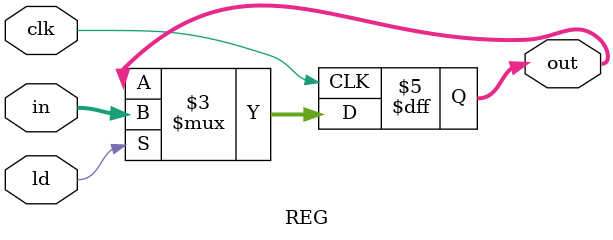
<source format=v>
`timescale 1ns / 1ps


module REG(in, ld, out, clk    );
parameter data_width=4;
input [data_width-1:0] in;
input clk,ld;
output reg [data_width-1:0] out;

always@(posedge clk)
begin
    if(ld)
        out=in;
        
end
endmodule

</source>
